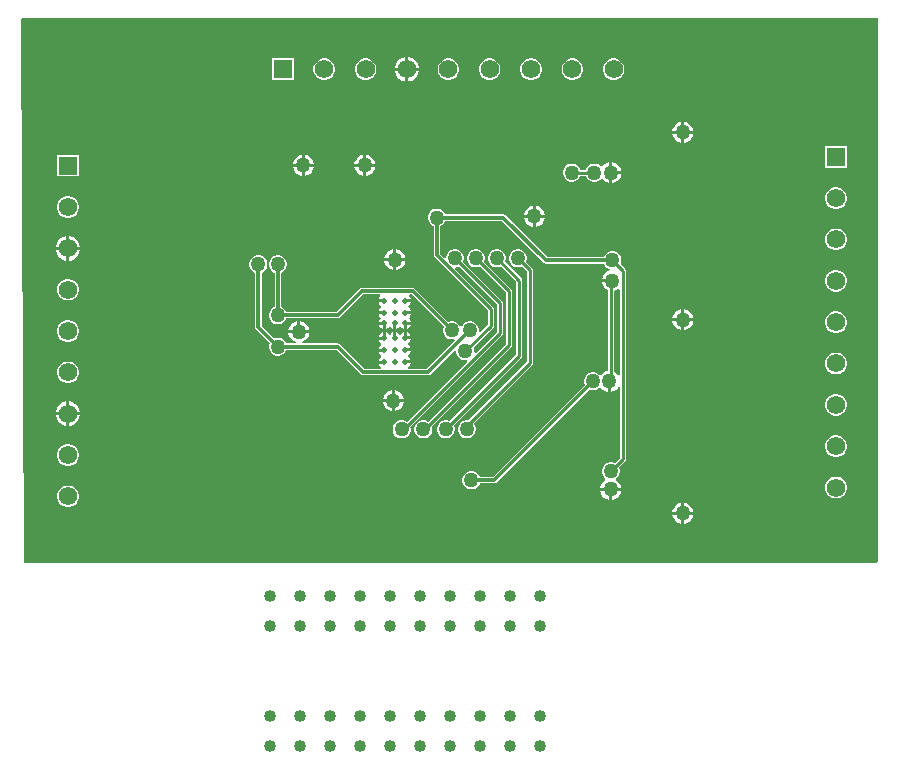
<source format=gbr>
%TF.GenerationSoftware,Altium Limited,Altium Designer,22.9.1 (49)*%
G04 Layer_Physical_Order=2*
G04 Layer_Color=16711680*
%FSLAX25Y25*%
%MOIN*%
%TF.SameCoordinates,E4663CD6-9850-4590-99AB-2D6E941D03D6*%
%TF.FilePolarity,Positive*%
%TF.FileFunction,Copper,L2,Bot,Signal*%
%TF.Part,Single*%
G01*
G75*
%TA.AperFunction,Conductor*%
%ADD25C,0.01200*%
%ADD26C,0.01000*%
%TA.AperFunction,ComponentPad*%
%ADD27C,0.02000*%
%ADD28C,0.06165*%
%ADD29R,0.06165X0.06165*%
%ADD30C,0.04016*%
%ADD31R,0.06165X0.06165*%
%TA.AperFunction,ViaPad*%
%ADD32C,0.05000*%
G36*
X327500Y74500D02*
X327000Y74000D01*
X43000D01*
X42002Y255146D01*
X42355Y255500D01*
X327500D01*
Y74500D01*
D02*
G37*
%LPC*%
G36*
X171037Y242583D02*
X171000D01*
Y239000D01*
X174583D01*
Y239037D01*
X174304Y240076D01*
X173767Y241007D01*
X173007Y241767D01*
X172076Y242304D01*
X171037Y242583D01*
D02*
G37*
G36*
X170000D02*
X169963D01*
X168924Y242304D01*
X167993Y241767D01*
X167233Y241007D01*
X166696Y240076D01*
X166417Y239037D01*
Y239000D01*
X170000D01*
Y242583D01*
D02*
G37*
G36*
X239869Y242083D02*
X238926D01*
X238015Y241839D01*
X237198Y241367D01*
X236531Y240700D01*
X236059Y239883D01*
X235815Y238972D01*
Y238028D01*
X236059Y237117D01*
X236531Y236300D01*
X237198Y235633D01*
X238015Y235161D01*
X238926Y234917D01*
X239869D01*
X240780Y235161D01*
X241597Y235633D01*
X242265Y236300D01*
X242736Y237117D01*
X242980Y238028D01*
Y238972D01*
X242736Y239883D01*
X242265Y240700D01*
X241597Y241367D01*
X240780Y241839D01*
X239869Y242083D01*
D02*
G37*
G36*
X226090D02*
X225146D01*
X224235Y241839D01*
X223418Y241367D01*
X222751Y240700D01*
X222280Y239883D01*
X222035Y238972D01*
Y238028D01*
X222280Y237117D01*
X222751Y236300D01*
X223418Y235633D01*
X224235Y235161D01*
X225146Y234917D01*
X226090D01*
X227001Y235161D01*
X227818Y235633D01*
X228485Y236300D01*
X228957Y237117D01*
X229201Y238028D01*
Y238972D01*
X228957Y239883D01*
X228485Y240700D01*
X227818Y241367D01*
X227001Y241839D01*
X226090Y242083D01*
D02*
G37*
G36*
X212310D02*
X211367D01*
X210456Y241839D01*
X209639Y241367D01*
X208972Y240700D01*
X208500Y239883D01*
X208256Y238972D01*
Y238028D01*
X208500Y237117D01*
X208972Y236300D01*
X209639Y235633D01*
X210456Y235161D01*
X211367Y234917D01*
X212310D01*
X213222Y235161D01*
X214038Y235633D01*
X214705Y236300D01*
X215177Y237117D01*
X215421Y238028D01*
Y238972D01*
X215177Y239883D01*
X214705Y240700D01*
X214038Y241367D01*
X213222Y241839D01*
X212310Y242083D01*
D02*
G37*
G36*
X198531D02*
X197587D01*
X196676Y241839D01*
X195859Y241367D01*
X195192Y240700D01*
X194721Y239883D01*
X194476Y238972D01*
Y238028D01*
X194721Y237117D01*
X195192Y236300D01*
X195859Y235633D01*
X196676Y235161D01*
X197587Y234917D01*
X198531D01*
X199442Y235161D01*
X200259Y235633D01*
X200926Y236300D01*
X201398Y237117D01*
X201642Y238028D01*
Y238972D01*
X201398Y239883D01*
X200926Y240700D01*
X200259Y241367D01*
X199442Y241839D01*
X198531Y242083D01*
D02*
G37*
G36*
X184751D02*
X183808D01*
X182897Y241839D01*
X182080Y241367D01*
X181413Y240700D01*
X180941Y239883D01*
X180697Y238972D01*
Y238028D01*
X180941Y237117D01*
X181413Y236300D01*
X182080Y235633D01*
X182897Y235161D01*
X183808Y234917D01*
X184751D01*
X185662Y235161D01*
X186479Y235633D01*
X187146Y236300D01*
X187618Y237117D01*
X187862Y238028D01*
Y238972D01*
X187618Y239883D01*
X187146Y240700D01*
X186479Y241367D01*
X185662Y241839D01*
X184751Y242083D01*
D02*
G37*
G36*
X157192D02*
X156249D01*
X155338Y241839D01*
X154521Y241367D01*
X153854Y240700D01*
X153382Y239883D01*
X153138Y238972D01*
Y238028D01*
X153382Y237117D01*
X153854Y236300D01*
X154521Y235633D01*
X155338Y235161D01*
X156249Y234917D01*
X157192D01*
X158103Y235161D01*
X158920Y235633D01*
X159587Y236300D01*
X160059Y237117D01*
X160303Y238028D01*
Y238972D01*
X160059Y239883D01*
X159587Y240700D01*
X158920Y241367D01*
X158103Y241839D01*
X157192Y242083D01*
D02*
G37*
G36*
X143413D02*
X142469D01*
X141558Y241839D01*
X140741Y241367D01*
X140074Y240700D01*
X139602Y239883D01*
X139358Y238972D01*
Y238028D01*
X139602Y237117D01*
X140074Y236300D01*
X140741Y235633D01*
X141558Y235161D01*
X142469Y234917D01*
X143413D01*
X144324Y235161D01*
X145141Y235633D01*
X145808Y236300D01*
X146280Y237117D01*
X146524Y238028D01*
Y238972D01*
X146280Y239883D01*
X145808Y240700D01*
X145141Y241367D01*
X144324Y241839D01*
X143413Y242083D01*
D02*
G37*
G36*
X132744D02*
X125579D01*
Y234917D01*
X132744D01*
Y242083D01*
D02*
G37*
G36*
X174583Y238000D02*
X171000D01*
Y234417D01*
X171037D01*
X172076Y234696D01*
X173007Y235233D01*
X173767Y235993D01*
X174304Y236924D01*
X174583Y237963D01*
Y238000D01*
D02*
G37*
G36*
X170000D02*
X166417D01*
Y237963D01*
X166696Y236924D01*
X167233Y235993D01*
X167993Y235233D01*
X168924Y234696D01*
X169963Y234417D01*
X170000D01*
Y238000D01*
D02*
G37*
G36*
X263000Y220989D02*
Y218000D01*
X265989D01*
X265761Y218851D01*
X265301Y219649D01*
X264649Y220301D01*
X263851Y220761D01*
X263000Y220989D01*
D02*
G37*
G36*
X262000D02*
X261149Y220761D01*
X260351Y220301D01*
X259699Y219649D01*
X259239Y218851D01*
X259011Y218000D01*
X262000D01*
Y220989D01*
D02*
G37*
G36*
X265989Y217000D02*
X263000D01*
Y214011D01*
X263851Y214239D01*
X264649Y214699D01*
X265301Y215351D01*
X265761Y216149D01*
X265989Y217000D01*
D02*
G37*
G36*
X262000D02*
X259011D01*
X259239Y216149D01*
X259699Y215351D01*
X260351Y214699D01*
X261149Y214239D01*
X262000Y214011D01*
Y217000D01*
D02*
G37*
G36*
X157000Y209990D02*
Y207000D01*
X159990D01*
X159762Y207851D01*
X159301Y208649D01*
X158649Y209301D01*
X157851Y209762D01*
X157000Y209990D01*
D02*
G37*
G36*
X156000D02*
X155149Y209762D01*
X154351Y209301D01*
X153699Y208649D01*
X153238Y207851D01*
X153010Y207000D01*
X156000D01*
Y209990D01*
D02*
G37*
G36*
X136500D02*
Y207000D01*
X139489D01*
X139261Y207851D01*
X138801Y208649D01*
X138149Y209301D01*
X137351Y209762D01*
X136500Y209990D01*
D02*
G37*
G36*
X135500D02*
X134649Y209762D01*
X133851Y209301D01*
X133199Y208649D01*
X132738Y207851D01*
X132510Y207000D01*
X135500D01*
Y209990D01*
D02*
G37*
G36*
X238000Y207489D02*
X237149Y207261D01*
X236351Y206801D01*
X235699Y206149D01*
X235112Y206131D01*
X234842Y206401D01*
X234158Y206796D01*
X233395Y207000D01*
X232605D01*
X231842Y206796D01*
X231158Y206401D01*
X230599Y205842D01*
X230204Y205158D01*
X230167Y205020D01*
X228333D01*
X228296Y205158D01*
X227901Y205842D01*
X227342Y206401D01*
X226658Y206796D01*
X225895Y207000D01*
X225105D01*
X224342Y206796D01*
X223658Y206401D01*
X223099Y205842D01*
X222704Y205158D01*
X222500Y204395D01*
Y203605D01*
X222704Y202842D01*
X223099Y202158D01*
X223658Y201599D01*
X224342Y201204D01*
X225105Y201000D01*
X225895D01*
X226658Y201204D01*
X227342Y201599D01*
X227901Y202158D01*
X228296Y202842D01*
X228333Y202980D01*
X230167D01*
X230204Y202842D01*
X230599Y202158D01*
X231158Y201599D01*
X231842Y201204D01*
X232605Y201000D01*
X233395D01*
X234158Y201204D01*
X234842Y201599D01*
X235112Y201869D01*
X235699Y201851D01*
X236351Y201199D01*
X237149Y200739D01*
X238000Y200511D01*
Y204000D01*
Y207489D01*
D02*
G37*
G36*
X317083Y212862D02*
X309917D01*
Y205697D01*
X317083D01*
Y212862D01*
D02*
G37*
G36*
X239000Y207489D02*
Y204500D01*
X241989D01*
X241761Y205351D01*
X241301Y206149D01*
X240649Y206801D01*
X239851Y207261D01*
X239000Y207489D01*
D02*
G37*
G36*
X159990Y206000D02*
X157000D01*
Y203011D01*
X157851Y203239D01*
X158649Y203699D01*
X159301Y204351D01*
X159762Y205149D01*
X159990Y206000D01*
D02*
G37*
G36*
X156000D02*
X153010D01*
X153238Y205149D01*
X153699Y204351D01*
X154351Y203699D01*
X155149Y203239D01*
X156000Y203011D01*
Y206000D01*
D02*
G37*
G36*
X139489D02*
X136500D01*
Y203011D01*
X137351Y203239D01*
X138149Y203699D01*
X138801Y204351D01*
X139261Y205149D01*
X139489Y206000D01*
D02*
G37*
G36*
X135500D02*
X132510D01*
X132738Y205149D01*
X133199Y204351D01*
X133851Y203699D01*
X134649Y203239D01*
X135500Y203011D01*
Y206000D01*
D02*
G37*
G36*
X61083Y209921D02*
X53917D01*
Y202756D01*
X61083D01*
Y209921D01*
D02*
G37*
G36*
X241989Y203500D02*
X239000D01*
Y200511D01*
X239851Y200739D01*
X240649Y201199D01*
X241301Y201851D01*
X241761Y202649D01*
X241989Y203500D01*
D02*
G37*
G36*
X313972Y199083D02*
X313028D01*
X312117Y198838D01*
X311300Y198367D01*
X310633Y197700D01*
X310161Y196883D01*
X309917Y195972D01*
Y195028D01*
X310161Y194117D01*
X310633Y193300D01*
X311300Y192633D01*
X312117Y192162D01*
X313028Y191917D01*
X313972D01*
X314883Y192162D01*
X315700Y192633D01*
X316367Y193300D01*
X316839Y194117D01*
X317083Y195028D01*
Y195972D01*
X316839Y196883D01*
X316367Y197700D01*
X315700Y198367D01*
X314883Y198838D01*
X313972Y199083D01*
D02*
G37*
G36*
X213500Y192990D02*
Y190000D01*
X216490D01*
X216262Y190851D01*
X215801Y191649D01*
X215149Y192301D01*
X214351Y192762D01*
X213500Y192990D01*
D02*
G37*
G36*
X212500D02*
X211649Y192762D01*
X210851Y192301D01*
X210199Y191649D01*
X209738Y190851D01*
X209510Y190000D01*
X212500D01*
Y192990D01*
D02*
G37*
G36*
X57972Y196142D02*
X57028D01*
X56117Y195898D01*
X55300Y195426D01*
X54633Y194759D01*
X54162Y193942D01*
X53917Y193031D01*
Y192087D01*
X54162Y191176D01*
X54633Y190359D01*
X55300Y189692D01*
X56117Y189220D01*
X57028Y188976D01*
X57972D01*
X58883Y189220D01*
X59700Y189692D01*
X60367Y190359D01*
X60839Y191176D01*
X61083Y192087D01*
Y193031D01*
X60839Y193942D01*
X60367Y194759D01*
X59700Y195426D01*
X58883Y195898D01*
X57972Y196142D01*
D02*
G37*
G36*
X216490Y189000D02*
X213500D01*
Y186011D01*
X214351Y186239D01*
X215149Y186699D01*
X215801Y187351D01*
X216262Y188149D01*
X216490Y189000D01*
D02*
G37*
G36*
X212500D02*
X209510D01*
X209738Y188149D01*
X210199Y187351D01*
X210851Y186699D01*
X211649Y186239D01*
X212500Y186011D01*
Y189000D01*
D02*
G37*
G36*
X58038Y182862D02*
X58000D01*
Y179279D01*
X61583D01*
Y179317D01*
X61304Y180355D01*
X60767Y181286D01*
X60007Y182046D01*
X59076Y182584D01*
X58038Y182862D01*
D02*
G37*
G36*
X57000D02*
X56963D01*
X55924Y182584D01*
X54993Y182046D01*
X54233Y181286D01*
X53696Y180355D01*
X53417Y179317D01*
Y179279D01*
X57000D01*
Y182862D01*
D02*
G37*
G36*
X313972Y185303D02*
X313028D01*
X312117Y185059D01*
X311300Y184587D01*
X310633Y183920D01*
X310161Y183103D01*
X309917Y182192D01*
Y181249D01*
X310161Y180338D01*
X310633Y179521D01*
X311300Y178854D01*
X312117Y178382D01*
X313028Y178138D01*
X313972D01*
X314883Y178382D01*
X315700Y178854D01*
X316367Y179521D01*
X316839Y180338D01*
X317083Y181249D01*
Y182192D01*
X316839Y183103D01*
X316367Y183920D01*
X315700Y184587D01*
X314883Y185059D01*
X313972Y185303D01*
D02*
G37*
G36*
X167000Y178489D02*
Y175500D01*
X169990D01*
X169762Y176351D01*
X169301Y177149D01*
X168649Y177801D01*
X167851Y178261D01*
X167000Y178489D01*
D02*
G37*
G36*
X166000D02*
X165149Y178261D01*
X164351Y177801D01*
X163699Y177149D01*
X163239Y176351D01*
X163011Y175500D01*
X166000D01*
Y178489D01*
D02*
G37*
G36*
X61583Y178279D02*
X58000D01*
Y174697D01*
X58038D01*
X59076Y174975D01*
X60007Y175513D01*
X60767Y176273D01*
X61304Y177204D01*
X61583Y178242D01*
Y178279D01*
D02*
G37*
G36*
X57000D02*
X53417D01*
Y178242D01*
X53696Y177204D01*
X54233Y176273D01*
X54993Y175513D01*
X55924Y174975D01*
X56963Y174697D01*
X57000D01*
Y178279D01*
D02*
G37*
G36*
X169990Y174500D02*
X167000D01*
Y171511D01*
X167851Y171739D01*
X168649Y172199D01*
X169301Y172851D01*
X169762Y173649D01*
X169990Y174500D01*
D02*
G37*
G36*
X166000D02*
X163011D01*
X163239Y173649D01*
X163699Y172851D01*
X164351Y172199D01*
X165149Y171739D01*
X166000Y171511D01*
Y174500D01*
D02*
G37*
G36*
X313972Y171524D02*
X313028D01*
X312117Y171280D01*
X311300Y170808D01*
X310633Y170141D01*
X310161Y169324D01*
X309917Y168413D01*
Y167469D01*
X310161Y166558D01*
X310633Y165741D01*
X311300Y165074D01*
X312117Y164602D01*
X313028Y164358D01*
X313972D01*
X314883Y164602D01*
X315700Y165074D01*
X316367Y165741D01*
X316839Y166558D01*
X317083Y167469D01*
Y168413D01*
X316839Y169324D01*
X316367Y170141D01*
X315700Y170808D01*
X314883Y171280D01*
X313972Y171524D01*
D02*
G37*
G36*
X57972Y168583D02*
X57028D01*
X56117Y168339D01*
X55300Y167867D01*
X54633Y167200D01*
X54162Y166383D01*
X53917Y165472D01*
Y164528D01*
X54162Y163617D01*
X54633Y162800D01*
X55300Y162133D01*
X56117Y161662D01*
X57028Y161417D01*
X57972D01*
X58883Y161662D01*
X59700Y162133D01*
X60367Y162800D01*
X60839Y163617D01*
X61083Y164528D01*
Y165472D01*
X60839Y166383D01*
X60367Y167200D01*
X59700Y167867D01*
X58883Y168339D01*
X57972Y168583D01*
D02*
G37*
G36*
X263000Y158490D02*
Y155500D01*
X265989D01*
X265761Y156351D01*
X265301Y157149D01*
X264649Y157801D01*
X263851Y158262D01*
X263000Y158490D01*
D02*
G37*
G36*
X262000D02*
X261149Y158262D01*
X260351Y157801D01*
X259699Y157149D01*
X259239Y156351D01*
X259011Y155500D01*
X262000D01*
Y158490D01*
D02*
G37*
G36*
X171950Y153366D02*
X170492D01*
Y151909D01*
X171125Y152171D01*
X171688Y152733D01*
X171950Y153366D01*
D02*
G37*
G36*
X162492D02*
X161034D01*
X161297Y152733D01*
X161859Y152171D01*
X162492Y151909D01*
Y153366D01*
D02*
G37*
G36*
X265989Y154500D02*
X263000D01*
Y151511D01*
X263851Y151739D01*
X264649Y152199D01*
X265301Y152851D01*
X265761Y153649D01*
X265989Y154500D01*
D02*
G37*
G36*
X262000D02*
X259011D01*
X259239Y153649D01*
X259699Y152851D01*
X260351Y152199D01*
X261149Y151739D01*
X262000Y151511D01*
Y154500D01*
D02*
G37*
G36*
X135000Y154490D02*
Y151500D01*
X137989D01*
X137761Y152351D01*
X137301Y153149D01*
X136649Y153801D01*
X135851Y154262D01*
X135000Y154490D01*
D02*
G37*
G36*
X134000D02*
X133149Y154262D01*
X132351Y153801D01*
X131699Y153149D01*
X131238Y152351D01*
X131010Y151500D01*
X134000D01*
Y154490D01*
D02*
G37*
G36*
X313972Y157744D02*
X313028D01*
X312117Y157500D01*
X311300Y157028D01*
X310633Y156361D01*
X310161Y155544D01*
X309917Y154633D01*
Y153690D01*
X310161Y152779D01*
X310633Y151962D01*
X311300Y151295D01*
X312117Y150823D01*
X313028Y150579D01*
X313972D01*
X314883Y150823D01*
X315700Y151295D01*
X316367Y151962D01*
X316839Y152779D01*
X317083Y153690D01*
Y154633D01*
X316839Y155544D01*
X316367Y156361D01*
X315700Y157028D01*
X314883Y157500D01*
X313972Y157744D01*
D02*
G37*
G36*
X170417Y150846D02*
Y149389D01*
X171874D01*
X171612Y150022D01*
X171049Y150584D01*
X170417Y150846D01*
D02*
G37*
G36*
X162492Y150824D02*
X161859Y150562D01*
X161297Y149999D01*
X161034Y149366D01*
X162492D01*
Y150824D01*
D02*
G37*
G36*
X57972Y154803D02*
X57028D01*
X56117Y154559D01*
X55300Y154087D01*
X54633Y153420D01*
X54162Y152603D01*
X53917Y151692D01*
Y150749D01*
X54162Y149838D01*
X54633Y149021D01*
X55300Y148354D01*
X56117Y147882D01*
X57028Y147638D01*
X57972D01*
X58883Y147882D01*
X59700Y148354D01*
X60367Y149021D01*
X60839Y149838D01*
X61083Y150749D01*
Y151692D01*
X60839Y152603D01*
X60367Y153420D01*
X59700Y154087D01*
X58883Y154559D01*
X57972Y154803D01*
D02*
G37*
G36*
X313972Y143965D02*
X313028D01*
X312117Y143720D01*
X311300Y143249D01*
X310633Y142582D01*
X310161Y141765D01*
X309917Y140854D01*
Y139910D01*
X310161Y138999D01*
X310633Y138182D01*
X311300Y137515D01*
X312117Y137043D01*
X313028Y136799D01*
X313972D01*
X314883Y137043D01*
X315700Y137515D01*
X316367Y138182D01*
X316839Y138999D01*
X317083Y139910D01*
Y140854D01*
X316839Y141765D01*
X316367Y142582D01*
X315700Y143249D01*
X314883Y143720D01*
X313972Y143965D01*
D02*
G37*
G36*
X180895Y192000D02*
X180105D01*
X179342Y191796D01*
X178658Y191401D01*
X178099Y190842D01*
X177704Y190158D01*
X177500Y189395D01*
Y188605D01*
X177704Y187842D01*
X178099Y187158D01*
X178658Y186599D01*
X179342Y186204D01*
X179378Y186195D01*
Y176550D01*
X179378Y176550D01*
X179464Y176121D01*
X179707Y175757D01*
X179829Y175635D01*
X180193Y175392D01*
X180222Y175386D01*
X197480Y158128D01*
Y153422D01*
X194964Y150906D01*
X194607Y151059D01*
X194500Y151149D01*
Y151895D01*
X194296Y152658D01*
X193901Y153342D01*
X193342Y153901D01*
X192658Y154296D01*
X191895Y154500D01*
X191105D01*
X190342Y154296D01*
X189658Y153901D01*
X189099Y153342D01*
X188779Y152787D01*
X188598Y152738D01*
X188402D01*
X188221Y152787D01*
X187901Y153342D01*
X187342Y153901D01*
X186658Y154296D01*
X185895Y154500D01*
X185105D01*
X184342Y154296D01*
X184309Y154277D01*
X173293Y165293D01*
X172929Y165536D01*
X172500Y165622D01*
X172500Y165622D01*
X155400D01*
X155400Y165622D01*
X154971Y165536D01*
X154607Y165293D01*
X154607Y165293D01*
X146935Y157622D01*
X130305D01*
X130296Y157658D01*
X129901Y158342D01*
X129342Y158901D01*
X128658Y159296D01*
X128622Y159305D01*
Y170695D01*
X128658Y170704D01*
X129342Y171099D01*
X129901Y171658D01*
X130296Y172342D01*
X130500Y173105D01*
Y173895D01*
X130296Y174658D01*
X129901Y175342D01*
X129342Y175901D01*
X128658Y176296D01*
X127895Y176500D01*
X127105D01*
X126342Y176296D01*
X125658Y175901D01*
X125099Y175342D01*
X124704Y174658D01*
X124500Y173895D01*
Y173105D01*
X124704Y172342D01*
X125099Y171658D01*
X125658Y171099D01*
X126342Y170704D01*
X126378Y170695D01*
Y159305D01*
X126342Y159296D01*
X125658Y158901D01*
X125099Y158342D01*
X124704Y157658D01*
X124500Y156895D01*
Y156105D01*
X124704Y155342D01*
X125099Y154658D01*
X125658Y154099D01*
X126342Y153704D01*
X127105Y153500D01*
X127895D01*
X128658Y153704D01*
X129342Y154099D01*
X129901Y154658D01*
X130296Y155342D01*
X130305Y155378D01*
X147400D01*
X147400Y155378D01*
X147829Y155464D01*
X148193Y155707D01*
X155865Y163378D01*
X161469D01*
X161676Y162878D01*
X161297Y162499D01*
X161034Y161866D01*
X162992D01*
Y160866D01*
X161034D01*
X161297Y160233D01*
X161859Y159671D01*
X161991Y159616D01*
Y159116D01*
X161859Y159062D01*
X161297Y158499D01*
X161034Y157866D01*
X162992D01*
Y156866D01*
X161034D01*
X161297Y156233D01*
X161587Y155943D01*
X161820Y155616D01*
X161587Y155289D01*
X161297Y154999D01*
X161034Y154366D01*
X162992D01*
Y153866D01*
X163492D01*
Y151909D01*
X164125Y152171D01*
X164416Y152461D01*
X164742Y152694D01*
X165069Y152461D01*
X165359Y152171D01*
X165992Y151909D01*
Y153866D01*
X166992D01*
Y151909D01*
X167625Y152171D01*
X167915Y152461D01*
X168242Y152694D01*
X168569Y152461D01*
X168859Y152171D01*
X169492Y151909D01*
Y153866D01*
X169992D01*
Y154366D01*
X171950D01*
X171688Y154999D01*
X171397Y155289D01*
X171164Y155616D01*
X171397Y155943D01*
X171688Y156233D01*
X171950Y156866D01*
X169992D01*
Y157866D01*
X171950D01*
X171688Y158499D01*
X171125Y159062D01*
X170993Y159116D01*
Y159616D01*
X171125Y159671D01*
X171688Y160233D01*
X171950Y160866D01*
X169992D01*
Y161866D01*
X171950D01*
X171688Y162499D01*
X171308Y162878D01*
X171515Y163378D01*
X172035D01*
X182723Y152691D01*
X182704Y152658D01*
X182500Y151895D01*
Y151105D01*
X182704Y150342D01*
X183099Y149658D01*
X183658Y149099D01*
X184342Y148704D01*
X185105Y148500D01*
X185895D01*
X186321Y148614D01*
X186580Y148166D01*
X177035Y138622D01*
X170976D01*
X170877Y139122D01*
X171049Y139193D01*
X171612Y139756D01*
X171874Y140389D01*
X169917D01*
Y141389D01*
X171874D01*
X171612Y142022D01*
X171049Y142584D01*
X170918Y142639D01*
Y143139D01*
X171049Y143193D01*
X171612Y143756D01*
X171874Y144389D01*
X169917D01*
Y145389D01*
X171874D01*
X171612Y146022D01*
X171049Y146584D01*
X170918Y146639D01*
Y147139D01*
X171049Y147193D01*
X171612Y147756D01*
X171874Y148389D01*
X169917D01*
Y148889D01*
X169417D01*
Y150846D01*
X168784Y150584D01*
X168520Y150320D01*
X168216Y150026D01*
X167866Y150320D01*
X167625Y150562D01*
X166992Y150824D01*
Y148866D01*
X165992D01*
Y150824D01*
X165359Y150562D01*
X165069Y150271D01*
X164742Y150038D01*
X164416Y150271D01*
X164125Y150562D01*
X163492Y150824D01*
Y148866D01*
X162992D01*
Y148366D01*
X161034D01*
X161297Y147733D01*
X161859Y147171D01*
X161991Y147116D01*
Y146616D01*
X161859Y146562D01*
X161297Y145999D01*
X161034Y145366D01*
X162992D01*
Y144366D01*
X161034D01*
X161297Y143733D01*
X161859Y143171D01*
X161991Y143116D01*
Y142616D01*
X161859Y142562D01*
X161297Y141999D01*
X161034Y141366D01*
X162992D01*
Y140366D01*
X161034D01*
X161297Y139733D01*
X161859Y139171D01*
X161978Y139122D01*
X161878Y138622D01*
X156465D01*
X148293Y146793D01*
X147929Y147036D01*
X147500Y147122D01*
X147500Y147122D01*
X135480D01*
X135414Y147622D01*
X135851Y147739D01*
X136649Y148199D01*
X137301Y148851D01*
X137761Y149649D01*
X137989Y150500D01*
X131010D01*
X131238Y149649D01*
X131699Y148851D01*
X132351Y148199D01*
X133149Y147739D01*
X133586Y147622D01*
X133520Y147122D01*
X130305D01*
X130296Y147158D01*
X129901Y147842D01*
X129342Y148401D01*
X128658Y148796D01*
X127895Y149000D01*
X127105D01*
X126342Y148796D01*
X126309Y148777D01*
X122122Y152965D01*
Y170695D01*
X122158Y170704D01*
X122842Y171099D01*
X123401Y171658D01*
X123796Y172342D01*
X124000Y173105D01*
Y173895D01*
X123796Y174658D01*
X123401Y175342D01*
X122842Y175901D01*
X122158Y176296D01*
X121395Y176500D01*
X120605D01*
X119842Y176296D01*
X119158Y175901D01*
X118599Y175342D01*
X118204Y174658D01*
X118000Y173895D01*
Y173105D01*
X118204Y172342D01*
X118599Y171658D01*
X119158Y171099D01*
X119842Y170704D01*
X119878Y170695D01*
Y152500D01*
X119878Y152500D01*
X119964Y152071D01*
X120207Y151707D01*
X124723Y147191D01*
X124704Y147158D01*
X124500Y146395D01*
Y145605D01*
X124704Y144842D01*
X125099Y144158D01*
X125658Y143599D01*
X126342Y143204D01*
X127105Y143000D01*
X127895D01*
X128658Y143204D01*
X129342Y143599D01*
X129901Y144158D01*
X130296Y144842D01*
X130305Y144878D01*
X147035D01*
X155207Y136707D01*
X155207Y136707D01*
X155571Y136464D01*
X156000Y136378D01*
X156000Y136378D01*
X177500D01*
X177500Y136378D01*
X177929Y136464D01*
X178293Y136707D01*
X186513Y144927D01*
X187000Y144707D01*
Y144105D01*
X187204Y143342D01*
X187599Y142658D01*
X188158Y142099D01*
X188842Y141704D01*
X189605Y141500D01*
X190351D01*
X190441Y141393D01*
X190594Y141036D01*
X170426Y120868D01*
X169858Y121196D01*
X169095Y121400D01*
X168305D01*
X167542Y121196D01*
X166858Y120801D01*
X166299Y120242D01*
X165904Y119558D01*
X165700Y118795D01*
Y118005D01*
X165904Y117242D01*
X166299Y116558D01*
X166858Y115999D01*
X167542Y115604D01*
X168305Y115400D01*
X169095D01*
X169858Y115604D01*
X170542Y115999D01*
X171101Y116558D01*
X171496Y117242D01*
X171700Y118005D01*
Y118795D01*
X171602Y119160D01*
X202221Y149779D01*
X202442Y150110D01*
X202520Y150500D01*
Y160500D01*
X202442Y160890D01*
X202221Y161221D01*
X189224Y174218D01*
X189296Y174342D01*
X189500Y175105D01*
Y175895D01*
X189296Y176658D01*
X188901Y177342D01*
X188342Y177901D01*
X187658Y178296D01*
X186895Y178500D01*
X186105D01*
X185342Y178296D01*
X184658Y177901D01*
X184099Y177342D01*
X183704Y176658D01*
X183500Y175895D01*
Y175699D01*
X183000Y175492D01*
X181664Y176828D01*
X181658Y176858D01*
X181622Y176912D01*
Y186195D01*
X181658Y186204D01*
X182342Y186599D01*
X182901Y187158D01*
X183296Y187842D01*
X183305Y187878D01*
X202160D01*
X216082Y173957D01*
X216082Y173957D01*
X216446Y173714D01*
X216875Y173628D01*
X236195D01*
X236204Y173592D01*
X236599Y172908D01*
X237158Y172349D01*
X237842Y171954D01*
X238060Y171896D01*
Y171378D01*
X237624Y171262D01*
X236826Y170801D01*
X236174Y170149D01*
X235713Y169351D01*
X235485Y168500D01*
X238975D01*
Y167500D01*
X235485D01*
X235713Y166649D01*
X236174Y165851D01*
X236826Y165199D01*
X237468Y164829D01*
Y137981D01*
X236649Y137761D01*
X235851Y137301D01*
X235199Y136649D01*
X234596Y136605D01*
X234342Y136859D01*
X233658Y137254D01*
X232895Y137459D01*
X232105D01*
X231342Y137254D01*
X230658Y136859D01*
X230099Y136301D01*
X229704Y135617D01*
X229500Y134854D01*
Y134064D01*
X229704Y133301D01*
X229723Y133268D01*
X199077Y102622D01*
X194805D01*
X194796Y102658D01*
X194401Y103342D01*
X193842Y103901D01*
X193158Y104296D01*
X192395Y104500D01*
X191605D01*
X190842Y104296D01*
X190158Y103901D01*
X189599Y103342D01*
X189204Y102658D01*
X189000Y101895D01*
Y101105D01*
X189204Y100342D01*
X189599Y99658D01*
X190158Y99099D01*
X190842Y98704D01*
X191605Y98500D01*
X192395D01*
X193158Y98704D01*
X193842Y99099D01*
X194401Y99658D01*
X194796Y100342D01*
X194805Y100378D01*
X199541D01*
X199541Y100378D01*
X199970Y100464D01*
X200334Y100707D01*
X231309Y131682D01*
X231342Y131663D01*
X232105Y131459D01*
X232895D01*
X233658Y131663D01*
X234342Y132058D01*
X234627Y132343D01*
X235194Y132351D01*
X235249Y132302D01*
X235851Y131699D01*
X236649Y131238D01*
X237500Y131010D01*
Y134500D01*
X238500D01*
Y131010D01*
X239351Y131238D01*
X240149Y131699D01*
X240801Y132351D01*
X240955Y132619D01*
X241455Y132485D01*
Y108897D01*
X239782Y107224D01*
X239658Y107296D01*
X238895Y107500D01*
X238105D01*
X237342Y107296D01*
X236658Y106901D01*
X236099Y106342D01*
X235704Y105658D01*
X235500Y104895D01*
Y104105D01*
X235704Y103342D01*
X236099Y102658D01*
X236658Y102099D01*
X236684Y102085D01*
Y101507D01*
X236326Y101301D01*
X235674Y100649D01*
X235213Y99851D01*
X234985Y99000D01*
X241964D01*
X241736Y99851D01*
X241276Y100649D01*
X240624Y101301D01*
X240291Y101493D01*
Y102070D01*
X240342Y102099D01*
X240901Y102658D01*
X241296Y103342D01*
X241500Y104105D01*
Y104895D01*
X241296Y105658D01*
X241224Y105782D01*
X243196Y107754D01*
X243417Y108085D01*
X243495Y108475D01*
Y171275D01*
X243417Y171665D01*
X243196Y171996D01*
X241724Y173468D01*
X241796Y173592D01*
X242000Y174355D01*
Y175145D01*
X241796Y175908D01*
X241401Y176592D01*
X240842Y177151D01*
X240158Y177546D01*
X239395Y177750D01*
X238605D01*
X237842Y177546D01*
X237158Y177151D01*
X236599Y176592D01*
X236204Y175908D01*
X236195Y175872D01*
X217340D01*
X203418Y189793D01*
X203054Y190036D01*
X202625Y190122D01*
X202625Y190122D01*
X183305D01*
X183296Y190158D01*
X182901Y190842D01*
X182342Y191401D01*
X181658Y191796D01*
X180895Y192000D01*
D02*
G37*
G36*
X57972Y141024D02*
X57028D01*
X56117Y140779D01*
X55300Y140308D01*
X54633Y139641D01*
X54162Y138824D01*
X53917Y137913D01*
Y136969D01*
X54162Y136058D01*
X54633Y135241D01*
X55300Y134574D01*
X56117Y134102D01*
X57028Y133858D01*
X57972D01*
X58883Y134102D01*
X59700Y134574D01*
X60367Y135241D01*
X60839Y136058D01*
X61083Y136969D01*
Y137913D01*
X60839Y138824D01*
X60367Y139641D01*
X59700Y140308D01*
X58883Y140779D01*
X57972Y141024D01*
D02*
G37*
G36*
X166500Y131490D02*
Y128500D01*
X169490D01*
X169262Y129351D01*
X168801Y130149D01*
X168149Y130801D01*
X167351Y131262D01*
X166500Y131490D01*
D02*
G37*
G36*
X165500D02*
X164649Y131262D01*
X163851Y130801D01*
X163199Y130149D01*
X162739Y129351D01*
X162511Y128500D01*
X165500D01*
Y131490D01*
D02*
G37*
G36*
X169490Y127500D02*
X166500D01*
Y124511D01*
X167351Y124739D01*
X168149Y125199D01*
X168801Y125851D01*
X169262Y126649D01*
X169490Y127500D01*
D02*
G37*
G36*
X165500D02*
X162511D01*
X162739Y126649D01*
X163199Y125851D01*
X163851Y125199D01*
X164649Y124739D01*
X165500Y124511D01*
Y127500D01*
D02*
G37*
G36*
X58038Y127744D02*
X58000D01*
Y124161D01*
X61583D01*
Y124199D01*
X61304Y125237D01*
X60767Y126168D01*
X60007Y126928D01*
X59076Y127466D01*
X58038Y127744D01*
D02*
G37*
G36*
X57000D02*
X56963D01*
X55924Y127466D01*
X54993Y126928D01*
X54233Y126168D01*
X53696Y125237D01*
X53417Y124199D01*
Y124161D01*
X57000D01*
Y127744D01*
D02*
G37*
G36*
X313972Y130185D02*
X313028D01*
X312117Y129941D01*
X311300Y129469D01*
X310633Y128802D01*
X310161Y127985D01*
X309917Y127074D01*
Y126131D01*
X310161Y125220D01*
X310633Y124402D01*
X311300Y123735D01*
X312117Y123264D01*
X313028Y123020D01*
X313972D01*
X314883Y123264D01*
X315700Y123735D01*
X316367Y124402D01*
X316839Y125220D01*
X317083Y126131D01*
Y127074D01*
X316839Y127985D01*
X316367Y128802D01*
X315700Y129469D01*
X314883Y129941D01*
X313972Y130185D01*
D02*
G37*
G36*
X207895Y178500D02*
X207105D01*
X206342Y178296D01*
X205658Y177901D01*
X205099Y177342D01*
X204704Y176658D01*
X204500Y175895D01*
Y175105D01*
X204704Y174342D01*
X205099Y173658D01*
X205658Y173099D01*
X206342Y172704D01*
X207105Y172500D01*
X207895D01*
X208658Y172704D01*
X208782Y172776D01*
X210480Y171078D01*
Y140922D01*
X191024Y121466D01*
X190895Y121500D01*
X190105D01*
X189342Y121296D01*
X188658Y120901D01*
X188099Y120342D01*
X187704Y119658D01*
X187500Y118895D01*
Y118105D01*
X187704Y117342D01*
X188099Y116658D01*
X188658Y116099D01*
X189342Y115704D01*
X190105Y115500D01*
X190895D01*
X191658Y115704D01*
X192342Y116099D01*
X192901Y116658D01*
X193296Y117342D01*
X193500Y118105D01*
Y118895D01*
X193296Y119658D01*
X192901Y120342D01*
X192842Y120400D01*
X212221Y139779D01*
X212442Y140110D01*
X212520Y140500D01*
Y171500D01*
X212442Y171890D01*
X212221Y172221D01*
X210224Y174218D01*
X210296Y174342D01*
X210500Y175105D01*
Y175895D01*
X210296Y176658D01*
X209901Y177342D01*
X209342Y177901D01*
X208658Y178296D01*
X207895Y178500D01*
D02*
G37*
G36*
X200895D02*
X200105D01*
X199342Y178296D01*
X198658Y177901D01*
X198099Y177342D01*
X197704Y176658D01*
X197500Y175895D01*
Y175105D01*
X197704Y174342D01*
X198099Y173658D01*
X198658Y173099D01*
X199342Y172704D01*
X200105Y172500D01*
X200895D01*
X201658Y172704D01*
X201782Y172776D01*
X206980Y167578D01*
Y143422D01*
X184782Y121224D01*
X184658Y121296D01*
X183895Y121500D01*
X183105D01*
X182342Y121296D01*
X181658Y120901D01*
X181099Y120342D01*
X180704Y119658D01*
X180500Y118895D01*
Y118105D01*
X180704Y117342D01*
X181099Y116658D01*
X181658Y116099D01*
X182342Y115704D01*
X183105Y115500D01*
X183895D01*
X184658Y115704D01*
X185342Y116099D01*
X185901Y116658D01*
X186296Y117342D01*
X186500Y118105D01*
Y118895D01*
X186296Y119658D01*
X186224Y119782D01*
X208721Y142279D01*
X208942Y142610D01*
X209020Y143000D01*
Y168000D01*
X208942Y168390D01*
X208721Y168721D01*
X203224Y174218D01*
X203296Y174342D01*
X203500Y175105D01*
Y175895D01*
X203296Y176658D01*
X202901Y177342D01*
X202342Y177901D01*
X201658Y178296D01*
X200895Y178500D01*
D02*
G37*
G36*
X193895D02*
X193105D01*
X192342Y178296D01*
X191658Y177901D01*
X191099Y177342D01*
X190704Y176658D01*
X190500Y175895D01*
Y175105D01*
X190704Y174342D01*
X191099Y173658D01*
X191658Y173099D01*
X192342Y172704D01*
X193105Y172500D01*
X193895D01*
X194658Y172704D01*
X194782Y172776D01*
X203480Y164078D01*
Y146922D01*
X177599Y121041D01*
X177158Y121296D01*
X176395Y121500D01*
X175605D01*
X174842Y121296D01*
X174158Y120901D01*
X173599Y120342D01*
X173204Y119658D01*
X173000Y118895D01*
Y118105D01*
X173204Y117342D01*
X173599Y116658D01*
X174158Y116099D01*
X174842Y115704D01*
X175605Y115500D01*
X176395D01*
X177158Y115704D01*
X177842Y116099D01*
X178401Y116658D01*
X178796Y117342D01*
X179000Y118105D01*
Y118895D01*
X178860Y119418D01*
X205221Y145779D01*
X205442Y146110D01*
X205520Y146500D01*
Y164500D01*
X205442Y164890D01*
X205221Y165221D01*
X196224Y174218D01*
X196296Y174342D01*
X196500Y175105D01*
Y175895D01*
X196296Y176658D01*
X195901Y177342D01*
X195342Y177901D01*
X194658Y178296D01*
X193895Y178500D01*
D02*
G37*
G36*
X61583Y123161D02*
X58000D01*
Y119579D01*
X58038D01*
X59076Y119857D01*
X60007Y120395D01*
X60767Y121155D01*
X61304Y122086D01*
X61583Y123124D01*
Y123161D01*
D02*
G37*
G36*
X57000D02*
X53417D01*
Y123124D01*
X53696Y122086D01*
X54233Y121155D01*
X54993Y120395D01*
X55924Y119857D01*
X56963Y119579D01*
X57000D01*
Y123161D01*
D02*
G37*
G36*
X313972Y116405D02*
X313028D01*
X312117Y116161D01*
X311300Y115690D01*
X310633Y115023D01*
X310161Y114206D01*
X309917Y113294D01*
Y112351D01*
X310161Y111440D01*
X310633Y110623D01*
X311300Y109956D01*
X312117Y109484D01*
X313028Y109240D01*
X313972D01*
X314883Y109484D01*
X315700Y109956D01*
X316367Y110623D01*
X316839Y111440D01*
X317083Y112351D01*
Y113294D01*
X316839Y114206D01*
X316367Y115023D01*
X315700Y115690D01*
X314883Y116161D01*
X313972Y116405D01*
D02*
G37*
G36*
X57972Y113465D02*
X57028D01*
X56117Y113220D01*
X55300Y112749D01*
X54633Y112082D01*
X54162Y111265D01*
X53917Y110354D01*
Y109410D01*
X54162Y108499D01*
X54633Y107682D01*
X55300Y107015D01*
X56117Y106543D01*
X57028Y106299D01*
X57972D01*
X58883Y106543D01*
X59700Y107015D01*
X60367Y107682D01*
X60839Y108499D01*
X61083Y109410D01*
Y110354D01*
X60839Y111265D01*
X60367Y112082D01*
X59700Y112749D01*
X58883Y113220D01*
X57972Y113465D01*
D02*
G37*
G36*
X313972Y102626D02*
X313028D01*
X312117Y102382D01*
X311300Y101910D01*
X310633Y101243D01*
X310161Y100426D01*
X309917Y99515D01*
Y98572D01*
X310161Y97660D01*
X310633Y96843D01*
X311300Y96176D01*
X312117Y95705D01*
X313028Y95461D01*
X313972D01*
X314883Y95705D01*
X315700Y96176D01*
X316367Y96843D01*
X316839Y97660D01*
X317083Y98572D01*
Y99515D01*
X316839Y100426D01*
X316367Y101243D01*
X315700Y101910D01*
X314883Y102382D01*
X313972Y102626D01*
D02*
G37*
G36*
X241964Y98000D02*
X238975D01*
Y95011D01*
X239826Y95239D01*
X240624Y95699D01*
X241276Y96351D01*
X241736Y97149D01*
X241964Y98000D01*
D02*
G37*
G36*
X237975D02*
X234985D01*
X235213Y97149D01*
X235674Y96351D01*
X236326Y95699D01*
X237124Y95239D01*
X237975Y95011D01*
Y98000D01*
D02*
G37*
G36*
X57972Y99685D02*
X57028D01*
X56117Y99441D01*
X55300Y98969D01*
X54633Y98302D01*
X54162Y97485D01*
X53917Y96574D01*
Y95631D01*
X54162Y94719D01*
X54633Y93902D01*
X55300Y93235D01*
X56117Y92764D01*
X57028Y92520D01*
X57972D01*
X58883Y92764D01*
X59700Y93235D01*
X60367Y93902D01*
X60839Y94719D01*
X61083Y95631D01*
Y96574D01*
X60839Y97485D01*
X60367Y98302D01*
X59700Y98969D01*
X58883Y99441D01*
X57972Y99685D01*
D02*
G37*
G36*
X263000Y93989D02*
Y91000D01*
X265989D01*
X265761Y91851D01*
X265301Y92649D01*
X264649Y93301D01*
X263851Y93761D01*
X263000Y93989D01*
D02*
G37*
G36*
X262000D02*
X261149Y93761D01*
X260351Y93301D01*
X259699Y92649D01*
X259239Y91851D01*
X259011Y91000D01*
X262000D01*
Y93989D01*
D02*
G37*
G36*
X265989Y90000D02*
X263000D01*
Y87011D01*
X263851Y87239D01*
X264649Y87699D01*
X265301Y88351D01*
X265761Y89149D01*
X265989Y90000D01*
D02*
G37*
G36*
X262000D02*
X259011D01*
X259239Y89149D01*
X259699Y88351D01*
X260351Y87699D01*
X261149Y87239D01*
X262000Y87011D01*
Y90000D01*
D02*
G37*
%LPD*%
G36*
X200480Y160078D02*
Y150922D01*
X193464Y143906D01*
X193107Y144059D01*
X193000Y144149D01*
Y144895D01*
X192796Y145658D01*
X192724Y145782D01*
X199221Y152279D01*
X199442Y152610D01*
X199520Y153000D01*
Y158550D01*
X199442Y158940D01*
X199221Y159271D01*
X186492Y172000D01*
X186699Y172500D01*
X186895D01*
X187658Y172704D01*
X187782Y172776D01*
X200480Y160078D01*
D02*
G37*
G36*
X241455Y164872D02*
Y136515D01*
X240955Y136381D01*
X240801Y136649D01*
X240149Y137301D01*
X239507Y137671D01*
Y164519D01*
X240326Y164739D01*
X240955Y165102D01*
X241455Y164872D01*
D02*
G37*
D25*
X177500Y137500D02*
X191500Y151500D01*
X147500Y146000D02*
X156000Y137500D01*
X177500D01*
X172500Y164500D02*
X185500Y151500D01*
X147400Y156500D02*
X155400Y164500D01*
X172500D01*
X199541Y101500D02*
X232500Y134459D01*
X192000Y101500D02*
X199541D01*
X180500Y189000D02*
X202625D01*
X216875Y174750D01*
X239000D01*
X180500Y176550D02*
X180622Y176428D01*
X180500Y176550D02*
Y189000D01*
X121000Y152500D02*
Y173500D01*
Y152500D02*
X127500Y146000D01*
Y156500D02*
Y173500D01*
Y146000D02*
X147500D01*
X127500Y156500D02*
X147400D01*
D26*
X176500Y118500D02*
X204500Y146500D01*
X183500Y118500D02*
X208000Y143000D01*
X176000Y118500D02*
X176500D01*
X204500Y146500D02*
Y164500D01*
X208000Y143000D02*
Y168000D01*
X190500Y119500D02*
X211500Y140500D01*
X190500Y118500D02*
Y119500D01*
X180622Y176428D02*
X198500Y158550D01*
X207500Y175500D02*
X211500Y171500D01*
Y140500D02*
Y171500D01*
X200500Y175500D02*
X208000Y168000D01*
X193500Y175500D02*
X204500Y164500D01*
X169400Y118400D02*
X201500Y150500D01*
X186500Y175500D02*
X201500Y160500D01*
Y150500D02*
Y160500D01*
X198500Y153000D02*
Y158550D01*
X190000Y144500D02*
X198500Y153000D01*
X168700Y118400D02*
X169400D01*
X239000Y174750D02*
X242475Y171275D01*
X238000Y134500D02*
X238487Y134987D01*
Y167513D01*
X238975Y168000D01*
X238500Y104500D02*
X242475Y108475D01*
Y171275D01*
X225500Y204000D02*
X233000D01*
D27*
X162992Y161366D02*
D03*
X166492D02*
D03*
X169992D02*
D03*
Y157366D02*
D03*
X166492D02*
D03*
X162992D02*
D03*
X166492Y153866D02*
D03*
X162992D02*
D03*
X169992D02*
D03*
X162992Y148866D02*
D03*
X166492D02*
D03*
Y144866D02*
D03*
X162992D02*
D03*
X166492Y140866D02*
D03*
X162992D02*
D03*
X169917Y148889D02*
D03*
Y144889D02*
D03*
Y140889D02*
D03*
D28*
X198059Y238500D02*
D03*
X184280D02*
D03*
X170500D02*
D03*
X156720D02*
D03*
X142941D02*
D03*
X239398D02*
D03*
X225618D02*
D03*
X211839D02*
D03*
X57500Y96102D02*
D03*
X313500Y140382D02*
D03*
Y154161D02*
D03*
Y167941D02*
D03*
Y181720D02*
D03*
Y195500D02*
D03*
Y99043D02*
D03*
Y112823D02*
D03*
Y126602D02*
D03*
X57500Y137441D02*
D03*
Y151221D02*
D03*
Y165000D02*
D03*
Y178779D02*
D03*
Y192559D02*
D03*
Y109882D02*
D03*
Y123661D02*
D03*
D29*
X129161Y238500D02*
D03*
D30*
X125000Y63000D02*
D03*
X135000D02*
D03*
X145000D02*
D03*
X155000D02*
D03*
X185000D02*
D03*
X195000D02*
D03*
X205000D02*
D03*
X215000D02*
D03*
X125000Y23000D02*
D03*
X135000D02*
D03*
X145000D02*
D03*
X155000D02*
D03*
X165000D02*
D03*
X175000D02*
D03*
X185000D02*
D03*
X195000D02*
D03*
X205000D02*
D03*
X215000D02*
D03*
X125000Y13000D02*
D03*
X135000D02*
D03*
X145000D02*
D03*
X155000D02*
D03*
X165000D02*
D03*
X175000D02*
D03*
X185000D02*
D03*
X195000D02*
D03*
X205000D02*
D03*
X215000D02*
D03*
Y53000D02*
D03*
X205000D02*
D03*
X195000D02*
D03*
X185000D02*
D03*
X175000D02*
D03*
X165000D02*
D03*
X155000D02*
D03*
X145000D02*
D03*
X135000D02*
D03*
X125000D02*
D03*
X175000Y63000D02*
D03*
X165000D02*
D03*
D31*
X313500Y209279D02*
D03*
X57500Y206339D02*
D03*
D32*
X232500Y134459D02*
D03*
X183500Y118500D02*
D03*
X190500D02*
D03*
X136000Y206500D02*
D03*
X156500D02*
D03*
X180500Y189000D02*
D03*
X121000Y173500D02*
D03*
X127500D02*
D03*
Y156500D02*
D03*
Y146000D02*
D03*
X190000Y144500D02*
D03*
X176000Y118500D02*
D03*
X168700Y118400D02*
D03*
X134500Y151000D02*
D03*
X166500Y175000D02*
D03*
X166000Y128000D02*
D03*
X192000Y101500D02*
D03*
X200500Y175500D02*
D03*
X213000Y189500D02*
D03*
X262500Y217500D02*
D03*
Y90500D02*
D03*
Y155000D02*
D03*
X191500Y151500D02*
D03*
X238000Y134500D02*
D03*
X225500Y204000D02*
D03*
X239000Y174750D02*
D03*
X238975Y168000D02*
D03*
X185500Y151500D02*
D03*
X193500Y175500D02*
D03*
X238500Y104500D02*
D03*
X238475Y98500D02*
D03*
X238500Y204000D02*
D03*
X233000D02*
D03*
X207500Y175500D02*
D03*
X186500D02*
D03*
%TF.MD5,dd456b40a554133e8c2ab479d124391d*%
M02*

</source>
